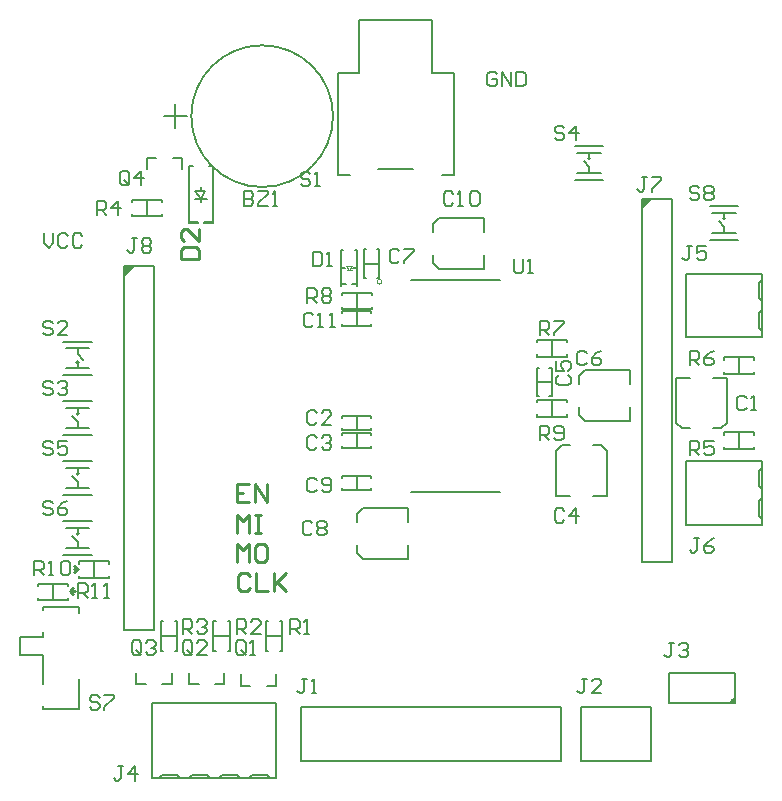
<source format=gto>
G04*
G04 #@! TF.GenerationSoftware,Altium Limited,Altium Designer,22.7.1 (60)*
G04*
G04 Layer_Color=8454143*
%FSLAX44Y44*%
%MOMM*%
G71*
G04*
G04 #@! TF.SameCoordinates,19F2358B-4240-49B2-A54B-8FB7877D19E4*
G04*
G04*
G04 #@! TF.FilePolarity,Positive*
G04*
G01*
G75*
%ADD10C,0.2000*%
%ADD11C,0.0000*%
%ADD12C,0.2540*%
%ADD13C,0.1500*%
%ADD14C,0.1270*%
%ADD15C,0.1000*%
%ADD16C,0.2032*%
G36*
X82950Y447350D02*
Y438350D01*
X91950Y447350D01*
X82950D01*
D02*
G37*
G36*
X599650Y77210D02*
X596250D01*
Y78910D01*
X598250Y80910D01*
X599650D01*
Y77210D01*
D02*
G37*
G36*
X521100Y504500D02*
Y495500D01*
X530100Y504500D01*
X521100D01*
D02*
G37*
D10*
X259391Y574041D02*
G03*
X259391Y574041I-60000J0D01*
G01*
X44183Y220618D02*
G03*
X44183Y220618I-1000J0D01*
G01*
Y271418D02*
G03*
X44183Y271418I-1000J0D01*
G01*
X44177Y365482D02*
G03*
X44177Y365482I-1000J0D01*
G01*
X591553Y487318D02*
G03*
X591553Y487318I-1000J0D01*
G01*
X44183Y322218D02*
G03*
X44183Y322218I-1000J0D01*
G01*
X477253Y538118D02*
G03*
X477253Y538118I-1000J0D01*
G01*
X599650Y80910D02*
G03*
X596250Y77510I0J-3400D01*
G01*
X297420Y529290D02*
X327420D01*
X351420Y524290D02*
X361420D01*
Y610290D01*
X343420D02*
X361420D01*
X343420D02*
Y655290D01*
X281420D02*
X343420D01*
X281420Y610290D02*
Y655290D01*
X263420Y610290D02*
X281420D01*
X263420Y524290D02*
Y610290D01*
Y524290D02*
X273420D01*
X125901Y564041D02*
Y584041D01*
X115901Y574041D02*
X135901D01*
X142320Y503650D02*
X152320D01*
X147320D02*
X151320Y510650D01*
X142320D02*
X147320Y503650D01*
X142320Y510650D02*
X151320D01*
X147320Y501650D02*
Y503650D01*
Y510650D02*
Y513650D01*
X38433Y218618D02*
X43183Y213118D01*
X33182Y208118D02*
X53183D01*
X43183D02*
Y213118D01*
Y220618D02*
Y225618D01*
X33182D02*
X53183D01*
X31182Y202868D02*
X55182D01*
X31182Y230868D02*
X55182D01*
X38433Y269418D02*
X43183Y263918D01*
X33182Y258918D02*
X53183D01*
X43183D02*
Y263918D01*
Y271418D02*
Y276418D01*
X33182D02*
X53183D01*
X31182Y253668D02*
X55182D01*
X31182Y281668D02*
X55182D01*
X123698Y538970D02*
X131840D01*
Y529176D02*
Y538970D01*
X101840D02*
X109840D01*
X101840Y529176D02*
Y538970D01*
X558550Y280950D02*
Y281950D01*
X622550D01*
Y227950D02*
Y281950D01*
X558550Y227950D02*
X622550D01*
X558550D02*
Y280950D01*
X619760Y261300D02*
Y274000D01*
Y261300D02*
X622550Y258760D01*
X619760Y274000D02*
X622550Y276540D01*
X619760Y248600D02*
X622550Y251140D01*
X619760Y235900D02*
X622550Y233360D01*
X619760Y235900D02*
Y248600D01*
X520700Y504200D02*
X546100D01*
Y196200D02*
Y504200D01*
X520700Y196200D02*
X546100D01*
X520700D02*
Y504200D01*
X558550Y439700D02*
Y440700D01*
X622550D01*
Y386700D02*
Y440700D01*
X558550Y386700D02*
X622550D01*
X558550D02*
Y439700D01*
X619760Y420050D02*
Y432750D01*
Y420050D02*
X622550Y417510D01*
X619760Y432750D02*
X622550Y435290D01*
X619760Y407350D02*
X622550Y409890D01*
X619760Y394650D02*
X622550Y392110D01*
X619760Y394650D02*
Y407350D01*
X82550Y447050D02*
X107950D01*
Y139050D02*
Y447050D01*
X82550Y139050D02*
X107950D01*
X82550D02*
Y447050D01*
X43177Y372982D02*
X47927Y367482D01*
X33177Y377982D02*
X53177D01*
X43177Y372982D02*
Y377982D01*
Y360482D02*
Y365482D01*
X33177Y360482D02*
X53177D01*
X31177Y383232D02*
X55177D01*
X31177Y355232D02*
X55177D01*
X585802Y485318D02*
X590552Y479818D01*
X580552Y474818D02*
X600552D01*
X590552D02*
Y479818D01*
Y487318D02*
Y492318D01*
X580552D02*
X600552D01*
X578553Y469568D02*
X602552D01*
X578553Y497568D02*
X602552D01*
X349260Y487590D02*
X387260D01*
X349260Y444590D02*
X387260D01*
X344260Y482590D02*
X349260Y487590D01*
X344260Y449590D02*
X349260Y444590D01*
X387260Y475590D02*
Y487590D01*
Y444590D02*
Y456590D01*
X344260Y475590D02*
Y482590D01*
Y449590D02*
Y456590D01*
X472450Y359000D02*
X510450D01*
X472450Y316000D02*
X510450D01*
X467450Y354000D02*
X472450Y359000D01*
X467450Y321000D02*
X472450Y316000D01*
X510450Y347000D02*
Y359000D01*
Y316000D02*
Y328000D01*
X467450Y347000D02*
Y354000D01*
Y321000D02*
Y328000D01*
X31182Y332468D02*
X55182D01*
X31182Y304468D02*
X55182D01*
X33182Y327218D02*
X53183D01*
X43183Y322218D02*
Y327218D01*
Y309718D02*
Y314718D01*
X33182Y309718D02*
X53183D01*
X38433Y320218D02*
X43183Y314718D01*
X464253Y548368D02*
X488252D01*
X464253Y520368D02*
X488252D01*
X466253Y543118D02*
X486253D01*
X476253Y538118D02*
Y543118D01*
Y525618D02*
Y530618D01*
X466253Y525618D02*
X486253D01*
X471502Y536118D02*
X476253Y530618D01*
X491400Y252500D02*
Y290500D01*
X448400Y252500D02*
Y290500D01*
X486400Y295500D02*
X491400Y290500D01*
X448400D02*
X453400Y295500D01*
X479400Y252500D02*
X491400D01*
X448400D02*
X460400D01*
X479400Y295500D02*
X486400D01*
X453400D02*
X460400D01*
X284490Y242160D02*
X322490D01*
X284490Y199160D02*
X322490D01*
X279490Y237160D02*
X284490Y242160D01*
X279490Y204160D02*
X284490Y199160D01*
X322490Y230160D02*
Y242160D01*
Y199160D02*
Y211160D01*
X279490Y230160D02*
Y237160D01*
Y204160D02*
Y211160D01*
X550000Y314650D02*
Y352650D01*
X593000Y314650D02*
Y352650D01*
X550000Y314650D02*
X555000Y309650D01*
X588000D02*
X593000Y314650D01*
X550000Y352650D02*
X562000D01*
X581000D02*
X593000D01*
X555000Y309650D02*
X562000D01*
X581000D02*
X588000D01*
X211240Y91900D02*
Y101694D01*
X203240Y91900D02*
X211240D01*
X181240D02*
Y101694D01*
Y91900D02*
X189382D01*
X167400Y92850D02*
Y102644D01*
X159400Y92850D02*
X167400D01*
X137400D02*
Y102644D01*
Y92850D02*
X145542D01*
X122950D02*
Y102644D01*
X114950Y92850D02*
X122950D01*
X92950D02*
Y102644D01*
Y92850D02*
X101092D01*
X152400Y16190D02*
X154940Y13400D01*
X137160D02*
X139700Y16190D01*
X152400D01*
X165100D02*
X177800D01*
X162560Y13400D02*
X165100Y16190D01*
X177800D02*
X180340Y13400D01*
X203200Y16190D02*
X205740Y13400D01*
X187960D02*
X190500Y16190D01*
X203200D01*
X106350Y77400D02*
X210150D01*
X106350Y13400D02*
Y77400D01*
Y13400D02*
X211150D01*
Y77400D01*
X210150D02*
X211150D01*
X114300Y16190D02*
X127000D01*
X111760Y13400D02*
X114300Y16190D01*
X127000D02*
X129540Y13400D01*
X232100Y28400D02*
X452100D01*
X232100D02*
Y73400D01*
X452100D01*
Y28400D02*
Y73400D01*
X528450Y28400D02*
Y73400D01*
X469450D02*
X528450D01*
X469450Y28400D02*
Y73400D01*
Y28400D02*
X528450D01*
X14210Y71750D02*
Y74750D01*
Y93250D02*
Y117750D01*
Y132750D02*
Y137250D01*
Y155750D02*
Y158750D01*
X44210Y71750D02*
Y97250D01*
Y153250D02*
Y158750D01*
X-5790Y117750D02*
X14210D01*
X-5790D02*
Y132750D01*
X14210D01*
Y158750D02*
X44210D01*
X14210Y71750D02*
X44210D01*
X543650Y77210D02*
X599650D01*
X543650D02*
Y102610D01*
X599650D01*
Y77210D02*
Y102610D01*
X596250Y77210D02*
Y77510D01*
D11*
X300749Y433835D02*
G03*
X300749Y433835I-2000J0D01*
G01*
D12*
X36718Y171638D02*
X39441Y174361D01*
X36718Y171638D02*
X39441Y169296D01*
X40386Y193444D02*
X43142Y190688D01*
X40386Y187894D02*
X43142Y190650D01*
Y190688D01*
X36718Y171638D02*
X41148D01*
X39878Y190688D02*
X43142D01*
X188699Y184667D02*
X186159Y187206D01*
X181081D01*
X178542Y184667D01*
Y174510D01*
X181081Y171971D01*
X186159D01*
X188699Y174510D01*
X193777Y187206D02*
Y171971D01*
X203934D01*
X209012Y187206D02*
Y171971D01*
Y177050D01*
X219169Y187206D01*
X211551Y179589D01*
X219169Y171971D01*
X178348Y221222D02*
Y236458D01*
X183426Y231379D01*
X188505Y236458D01*
Y221222D01*
X193583Y236458D02*
X198662D01*
X196122D01*
Y221222D01*
X193583D01*
X198662D01*
X177804Y196532D02*
Y211768D01*
X182882Y206689D01*
X187961Y211768D01*
Y196532D01*
X200657Y211768D02*
X195578D01*
X193039Y209228D01*
Y199072D01*
X195578Y196532D01*
X200657D01*
X203196Y199072D01*
Y209228D01*
X200657Y211768D01*
X187961Y262568D02*
X177804D01*
Y247332D01*
X187961D01*
X177804Y254950D02*
X182882D01*
X193039Y247332D02*
Y262568D01*
X203196Y247332D01*
Y262568D01*
X130813Y453394D02*
X146047D01*
Y461012D01*
X143508Y463551D01*
X133352D01*
X130813Y461012D01*
Y453394D01*
X146047Y478786D02*
Y468629D01*
X135891Y478786D01*
X133352D01*
X130813Y476247D01*
Y471168D01*
X133352Y468629D01*
D13*
X149860Y484790D02*
X157480D01*
X149860Y483520D02*
Y484790D01*
Y483520D02*
X157480D01*
Y484790D01*
X137160Y483520D02*
Y484790D01*
Y483520D02*
X144780D01*
Y484790D01*
X137160D02*
X144780D01*
X157480D02*
Y531780D01*
X137160Y484790D02*
Y531780D01*
X154070D02*
X157480D01*
X137160D02*
X140570D01*
X22710Y164130D02*
Y178130D01*
X35410Y164130D02*
Y166050D01*
X10010Y164130D02*
X35410D01*
X10010D02*
Y166050D01*
Y176210D02*
Y178130D01*
X35410D01*
Y176210D02*
Y178130D01*
X279426Y257237D02*
Y269737D01*
X267426Y267987D02*
Y269737D01*
X291426D01*
Y267987D02*
Y269737D01*
Y257237D02*
Y258987D01*
X267426Y257237D02*
X291426D01*
X267426D02*
Y258987D01*
X114300Y501330D02*
Y503250D01*
X88900D02*
X114300D01*
X88900Y501330D02*
Y503250D01*
Y489250D02*
Y491170D01*
Y489250D02*
X114300D01*
Y491170D01*
X101600Y489250D02*
Y503250D01*
X431900Y360930D02*
X433650D01*
X431900Y336930D02*
Y360930D01*
Y336930D02*
X433650D01*
X442650D02*
X444400D01*
Y360930D01*
X442650D02*
X444400D01*
X431900Y348930D02*
X444400D01*
X296600Y437260D02*
X298350D01*
Y461260D01*
X296600D02*
X298350D01*
X285850D02*
X287600D01*
X285850Y437260D02*
Y461260D01*
Y437260D02*
X287600D01*
X285850Y449260D02*
X298350D01*
X267400Y396350D02*
Y398100D01*
Y396350D02*
X291400D01*
Y398100D01*
Y407100D02*
Y408850D01*
X267400D02*
X291400D01*
X267400Y407100D02*
Y408850D01*
X279400Y396350D02*
Y408850D01*
X278208Y460754D02*
X280128D01*
Y430513D02*
Y460754D01*
X275668Y431544D02*
X280128D01*
X266128D02*
X270588D01*
X266128Y430513D02*
Y460754D01*
X268048D01*
X266128Y445513D02*
X269628D01*
X276628D02*
X280128D01*
X457200Y331656D02*
Y333576D01*
X431800D02*
X457200D01*
X431800Y331656D02*
Y333576D01*
Y319576D02*
Y321496D01*
Y319576D02*
X457200D01*
Y321496D01*
X444500Y319576D02*
Y333576D01*
X44450Y183180D02*
Y185100D01*
Y183180D02*
X69850D01*
Y185100D01*
Y195260D02*
Y197180D01*
X44450D02*
X69850D01*
X44450Y195260D02*
Y197180D01*
X57150Y183180D02*
Y197180D01*
X292100Y422590D02*
Y424510D01*
X266700D02*
X292100D01*
X266700Y422590D02*
Y424510D01*
Y410510D02*
Y412430D01*
Y410510D02*
X292100D01*
Y412430D01*
X279400Y410510D02*
Y424510D01*
X457200Y382456D02*
Y384376D01*
X431800D02*
X457200D01*
X431800Y382456D02*
Y384376D01*
Y370376D02*
Y372296D01*
Y370376D02*
X457200D01*
Y372296D01*
X444500Y370376D02*
Y384376D01*
X291426Y318787D02*
Y320537D01*
X267426D02*
X291426D01*
X267426Y318787D02*
Y320537D01*
Y308037D02*
Y309787D01*
Y308037D02*
X291426D01*
Y309787D01*
X279426Y308037D02*
Y320537D01*
X291400Y303900D02*
Y305650D01*
X267400D02*
X291400D01*
X267400Y303900D02*
Y305650D01*
Y293150D02*
Y294900D01*
Y293150D02*
X291400D01*
Y294900D01*
X279400Y293150D02*
Y305650D01*
X590550Y292400D02*
Y294320D01*
Y292400D02*
X615950D01*
Y294320D01*
Y304480D02*
Y306400D01*
X590550D02*
X615950D01*
X590550Y304480D02*
Y306400D01*
X603250Y292400D02*
Y306400D01*
X615950Y367980D02*
Y369900D01*
X590550D02*
X615950D01*
X590550Y367980D02*
Y369900D01*
Y355900D02*
Y357820D01*
Y355900D02*
X615950D01*
Y357820D01*
X603250Y355900D02*
Y369900D01*
X202550Y147000D02*
X204470D01*
X202550Y121600D02*
Y147000D01*
Y121600D02*
X204470D01*
X214630D02*
X216550D01*
Y147000D01*
X214630D02*
X216550D01*
X202550Y134300D02*
X216550D01*
X158100Y147000D02*
X160020D01*
X158100Y121600D02*
Y147000D01*
Y121600D02*
X160020D01*
X170180D02*
X172100D01*
Y147000D01*
X170180D02*
X172100D01*
X158100Y134300D02*
X172100D01*
X113650Y147000D02*
X115570D01*
X113650Y121600D02*
Y147000D01*
Y121600D02*
X115570D01*
X125730D02*
X127650D01*
Y147000D01*
X125730D02*
X127650D01*
X113650Y134300D02*
X127650D01*
D14*
X325624Y435160D02*
X400674D01*
X325624Y255810D02*
X400674D01*
D15*
X273128Y443764D02*
X275628Y447263D01*
X273128D02*
X275628D01*
X273128Y443764D02*
X275378D01*
X270878D02*
X273128D01*
X270628Y447263D02*
X273128D01*
X270628D02*
X273128Y443764D01*
D16*
X412245Y453320D02*
Y443163D01*
X414276Y441132D01*
X418339D01*
X420370Y443163D01*
Y453320D01*
X424433Y441132D02*
X428495D01*
X426464D01*
Y453320D01*
X424433Y451289D01*
X398275Y609533D02*
X396243Y611564D01*
X392181D01*
X390149Y609533D01*
Y601407D01*
X392181Y599376D01*
X396243D01*
X398275Y601407D01*
Y605470D01*
X394212D01*
X402337Y599376D02*
Y611564D01*
X410463Y599376D01*
Y611564D01*
X414525D02*
Y599376D01*
X420619D01*
X422651Y601407D01*
Y609533D01*
X420619Y611564D01*
X414525D01*
X14483Y474912D02*
Y466787D01*
X18546Y462724D01*
X22609Y466787D01*
Y474912D01*
X34797Y472881D02*
X32765Y474912D01*
X28703D01*
X26671Y472881D01*
Y464755D01*
X28703Y462724D01*
X32765D01*
X34797Y464755D01*
X46985Y472881D02*
X44953Y474912D01*
X40891D01*
X38859Y472881D01*
Y464755D01*
X40891Y462724D01*
X44953D01*
X46985Y464755D01*
X569469Y513013D02*
X567437Y515044D01*
X563375D01*
X561343Y513013D01*
Y510981D01*
X563375Y508950D01*
X567437D01*
X569469Y506919D01*
Y504887D01*
X567437Y502856D01*
X563375D01*
X561343Y504887D01*
X573531Y513013D02*
X575563Y515044D01*
X579625D01*
X581657Y513013D01*
Y510981D01*
X579625Y508950D01*
X581657Y506919D01*
Y504887D01*
X579625Y502856D01*
X575563D01*
X573531Y504887D01*
Y506919D01*
X575563Y508950D01*
X573531Y510981D01*
Y513013D01*
X575563Y508950D02*
X579625D01*
X61709Y81713D02*
X59677Y83744D01*
X55615D01*
X53583Y81713D01*
Y79681D01*
X55615Y77650D01*
X59677D01*
X61709Y75619D01*
Y73587D01*
X59677Y71556D01*
X55615D01*
X53583Y73587D01*
X65771Y83744D02*
X73897D01*
Y81713D01*
X65771Y73587D01*
Y71556D01*
X22099Y246313D02*
X20067Y248344D01*
X16005D01*
X13973Y246313D01*
Y244281D01*
X16005Y242250D01*
X20067D01*
X22099Y240219D01*
Y238187D01*
X20067Y236156D01*
X16005D01*
X13973Y238187D01*
X34287Y248344D02*
X30224Y246313D01*
X26161Y242250D01*
Y238187D01*
X28193Y236156D01*
X32255D01*
X34287Y238187D01*
Y240219D01*
X32255Y242250D01*
X26161D01*
X22099Y297113D02*
X20067Y299144D01*
X16005D01*
X13973Y297113D01*
Y295081D01*
X16005Y293050D01*
X20067D01*
X22099Y291019D01*
Y288987D01*
X20067Y286956D01*
X16005D01*
X13973Y288987D01*
X34287Y299144D02*
X26161D01*
Y293050D01*
X30224Y295081D01*
X32255D01*
X34287Y293050D01*
Y288987D01*
X32255Y286956D01*
X28193D01*
X26161Y288987D01*
X455169Y563813D02*
X453137Y565844D01*
X449075D01*
X447043Y563813D01*
Y561781D01*
X449075Y559750D01*
X453137D01*
X455169Y557719D01*
Y555687D01*
X453137Y553656D01*
X449075D01*
X447043Y555687D01*
X465325Y553656D02*
Y565844D01*
X459231Y559750D01*
X467357D01*
X22099Y347913D02*
X20067Y349944D01*
X16005D01*
X13973Y347913D01*
Y345881D01*
X16005Y343850D01*
X20067D01*
X22099Y341819D01*
Y339787D01*
X20067Y337756D01*
X16005D01*
X13973Y339787D01*
X26161Y347913D02*
X28193Y349944D01*
X32255D01*
X34287Y347913D01*
Y345881D01*
X32255Y343850D01*
X30224D01*
X32255D01*
X34287Y341819D01*
Y339787D01*
X32255Y337756D01*
X28193D01*
X26161Y339787D01*
X22099Y398713D02*
X20067Y400744D01*
X16005D01*
X13973Y398713D01*
Y396681D01*
X16005Y394650D01*
X20067D01*
X22099Y392619D01*
Y390587D01*
X20067Y388556D01*
X16005D01*
X13973Y390587D01*
X34287Y388556D02*
X26161D01*
X34287Y396681D01*
Y398713D01*
X32255Y400744D01*
X28193D01*
X26161Y398713D01*
X240030Y524763D02*
X237999Y526794D01*
X233936D01*
X231905Y524763D01*
Y522731D01*
X233936Y520700D01*
X237999D01*
X240030Y518669D01*
Y516637D01*
X237999Y514606D01*
X233936D01*
X231905Y516637D01*
X244093Y514606D02*
X248155D01*
X246124D01*
Y526794D01*
X244093Y524763D01*
X43438Y166306D02*
Y178494D01*
X49532D01*
X51564Y176463D01*
Y172400D01*
X49532Y170369D01*
X43438D01*
X47501D02*
X51564Y166306D01*
X55626D02*
X59689D01*
X57658D01*
Y178494D01*
X55626Y176463D01*
X65783Y166306D02*
X69846D01*
X67814D01*
Y178494D01*
X65783Y176463D01*
X6355Y185356D02*
Y197544D01*
X12449D01*
X14480Y195513D01*
Y191450D01*
X12449Y189419D01*
X6355D01*
X10418D02*
X14480Y185356D01*
X18543D02*
X22606D01*
X20574D01*
Y197544D01*
X18543Y195513D01*
X28700D02*
X30731Y197544D01*
X34794D01*
X36825Y195513D01*
Y187387D01*
X34794Y185356D01*
X30731D01*
X28700Y187387D01*
Y195513D01*
X434343Y299656D02*
Y311844D01*
X440437D01*
X442469Y309813D01*
Y305750D01*
X440437Y303719D01*
X434343D01*
X438406D02*
X442469Y299656D01*
X446531Y301687D02*
X448563Y299656D01*
X452625D01*
X454657Y301687D01*
Y309813D01*
X452625Y311844D01*
X448563D01*
X446531Y309813D01*
Y307781D01*
X448563Y305750D01*
X454657D01*
X237493Y415990D02*
Y428178D01*
X243587D01*
X245619Y426147D01*
Y422084D01*
X243587Y420053D01*
X237493D01*
X241556D02*
X245619Y415990D01*
X249681Y426147D02*
X251713Y428178D01*
X255775D01*
X257807Y426147D01*
Y424115D01*
X255775Y422084D01*
X257807Y420053D01*
Y418021D01*
X255775Y415990D01*
X251713D01*
X249681Y418021D01*
Y420053D01*
X251713Y422084D01*
X249681Y424115D01*
Y426147D01*
X251713Y422084D02*
X255775D01*
X434343Y388556D02*
Y400744D01*
X440437D01*
X442469Y398713D01*
Y394650D01*
X440437Y392619D01*
X434343D01*
X438406D02*
X442469Y388556D01*
X446531Y400744D02*
X454657D01*
Y398713D01*
X446531Y390587D01*
Y388556D01*
X561343Y363156D02*
Y375344D01*
X567437D01*
X569469Y373313D01*
Y369250D01*
X567437Y367219D01*
X561343D01*
X565406D02*
X569469Y363156D01*
X581657Y375344D02*
X577594Y373313D01*
X573531Y369250D01*
Y365187D01*
X575563Y363156D01*
X579625D01*
X581657Y365187D01*
Y367219D01*
X579625Y369250D01*
X573531D01*
X561343Y286956D02*
Y299144D01*
X567437D01*
X569469Y297113D01*
Y293050D01*
X567437Y291019D01*
X561343D01*
X565406D02*
X569469Y286956D01*
X581657Y299144D02*
X573531D01*
Y293050D01*
X577594Y295081D01*
X579625D01*
X581657Y293050D01*
Y288987D01*
X579625Y286956D01*
X575563D01*
X573531Y288987D01*
X59439Y490410D02*
Y502598D01*
X65533D01*
X67565Y500567D01*
Y496504D01*
X65533Y494473D01*
X59439D01*
X63502D02*
X67565Y490410D01*
X77721D02*
Y502598D01*
X71627Y496504D01*
X79753D01*
X132083Y135826D02*
Y148014D01*
X138177D01*
X140209Y145983D01*
Y141920D01*
X138177Y139889D01*
X132083D01*
X136146D02*
X140209Y135826D01*
X144271Y145983D02*
X146303Y148014D01*
X150365D01*
X152397Y145983D01*
Y143951D01*
X150365Y141920D01*
X148334D01*
X150365D01*
X152397Y139889D01*
Y137857D01*
X150365Y135826D01*
X146303D01*
X144271Y137857D01*
X177803Y135826D02*
Y148014D01*
X183897D01*
X185929Y145983D01*
Y141920D01*
X183897Y139889D01*
X177803D01*
X181866D02*
X185929Y135826D01*
X198117D02*
X189991D01*
X198117Y143951D01*
Y145983D01*
X196085Y148014D01*
X192023D01*
X189991Y145983D01*
X223015Y135826D02*
Y148014D01*
X229109D01*
X231140Y145983D01*
Y141920D01*
X229109Y139889D01*
X223015D01*
X227077D02*
X231140Y135826D01*
X235203D02*
X239265D01*
X237234D01*
Y148014D01*
X235203Y145983D01*
X86869Y517587D02*
Y525713D01*
X84837Y527744D01*
X80775D01*
X78743Y525713D01*
Y517587D01*
X80775Y515556D01*
X84837D01*
X82806Y519619D02*
X86869Y515556D01*
X84837D02*
X86869Y517587D01*
X97025Y515556D02*
Y527744D01*
X90931Y521650D01*
X99057D01*
X97029Y120077D02*
Y128203D01*
X94997Y130234D01*
X90935D01*
X88903Y128203D01*
Y120077D01*
X90935Y118046D01*
X94997D01*
X92966Y122109D02*
X97029Y118046D01*
X94997D02*
X97029Y120077D01*
X101091Y128203D02*
X103123Y130234D01*
X107185D01*
X109217Y128203D01*
Y126171D01*
X107185Y124140D01*
X105154D01*
X107185D01*
X109217Y122109D01*
Y120077D01*
X107185Y118046D01*
X103123D01*
X101091Y120077D01*
X140209D02*
Y128203D01*
X138177Y130234D01*
X134115D01*
X132083Y128203D01*
Y120077D01*
X134115Y118046D01*
X138177D01*
X136146Y122109D02*
X140209Y118046D01*
X138177D02*
X140209Y120077D01*
X152397Y118046D02*
X144271D01*
X152397Y126171D01*
Y128203D01*
X150365Y130234D01*
X146303D01*
X144271Y128203D01*
X185420Y120077D02*
Y128203D01*
X183389Y130234D01*
X179326D01*
X177295Y128203D01*
Y120077D01*
X179326Y118046D01*
X183389D01*
X181357Y122109D02*
X185420Y118046D01*
X183389D02*
X185420Y120077D01*
X189483Y118046D02*
X193545D01*
X191514D01*
Y130234D01*
X189483Y128203D01*
X93219Y470594D02*
X89156D01*
X91187D01*
Y460437D01*
X89156Y458406D01*
X87125D01*
X85093Y460437D01*
X97281Y468563D02*
X99313Y470594D01*
X103375D01*
X105407Y468563D01*
Y466531D01*
X103375Y464500D01*
X105407Y462469D01*
Y460437D01*
X103375Y458406D01*
X99313D01*
X97281Y460437D01*
Y462469D01*
X99313Y464500D01*
X97281Y466531D01*
Y468563D01*
X99313Y464500D02*
X103375D01*
X525019Y522144D02*
X520956D01*
X522987D01*
Y511987D01*
X520956Y509956D01*
X518925D01*
X516893Y511987D01*
X529081Y522144D02*
X537207D01*
Y520113D01*
X529081Y511987D01*
Y509956D01*
X569469Y216594D02*
X565406D01*
X567437D01*
Y206437D01*
X565406Y204406D01*
X563375D01*
X561343Y206437D01*
X581657Y216594D02*
X577594Y214563D01*
X573531Y210500D01*
Y206437D01*
X575563Y204406D01*
X579625D01*
X581657Y206437D01*
Y208469D01*
X579625Y210500D01*
X573531D01*
X563119Y464244D02*
X559056D01*
X561087D01*
Y454087D01*
X559056Y452056D01*
X557025D01*
X554993Y454087D01*
X575307Y464244D02*
X567181D01*
Y458150D01*
X571244Y460181D01*
X573275D01*
X575307Y458150D01*
Y454087D01*
X573275Y452056D01*
X569213D01*
X567181Y454087D01*
X81789Y23554D02*
X77726D01*
X79757D01*
Y13397D01*
X77726Y11366D01*
X75695D01*
X73663Y13397D01*
X91945Y11366D02*
Y23554D01*
X85851Y17460D01*
X93977D01*
X547875Y128200D02*
X543813D01*
X545844D01*
Y118043D01*
X543813Y116012D01*
X541781D01*
X539750Y118043D01*
X551938Y126169D02*
X553969Y128200D01*
X558032D01*
X560063Y126169D01*
Y124137D01*
X558032Y122106D01*
X556001D01*
X558032D01*
X560063Y120075D01*
Y118043D01*
X558032Y116012D01*
X553969D01*
X551938Y118043D01*
X474215Y97720D02*
X470153D01*
X472184D01*
Y87563D01*
X470153Y85532D01*
X468121D01*
X466090Y87563D01*
X486403Y85532D02*
X478278D01*
X486403Y93657D01*
Y95689D01*
X484372Y97720D01*
X480309D01*
X478278Y95689D01*
X237233Y97720D02*
X233171D01*
X235202D01*
Y87563D01*
X233171Y85532D01*
X231139D01*
X229108Y87563D01*
X241296Y85532D02*
X245359D01*
X243327D01*
Y97720D01*
X241296Y95689D01*
X242065Y459164D02*
Y446976D01*
X248159D01*
X250190Y449007D01*
Y457133D01*
X248159Y459164D01*
X242065D01*
X254253Y446976D02*
X258315D01*
X256284D01*
Y459164D01*
X254253Y457133D01*
X242598Y405474D02*
X240566Y407505D01*
X236504D01*
X234472Y405474D01*
Y397348D01*
X236504Y395317D01*
X240566D01*
X242598Y397348D01*
X246660Y395317D02*
X250723D01*
X248692D01*
Y407505D01*
X246660Y405474D01*
X256817Y395317D02*
X260880D01*
X258848D01*
Y407505D01*
X256817Y405474D01*
X361190Y508253D02*
X359159Y510284D01*
X355096D01*
X353065Y508253D01*
Y500127D01*
X355096Y498096D01*
X359159D01*
X361190Y500127D01*
X365253Y498096D02*
X369316D01*
X367284D01*
Y510284D01*
X365253Y508253D01*
X375410D02*
X377441Y510284D01*
X381504D01*
X383535Y508253D01*
Y500127D01*
X381504Y498096D01*
X377441D01*
X375410Y500127D01*
Y508253D01*
X245645Y265774D02*
X243613Y267805D01*
X239551D01*
X237519Y265774D01*
Y257648D01*
X239551Y255617D01*
X243613D01*
X245645Y257648D01*
X249708D02*
X251739Y255617D01*
X255802D01*
X257833Y257648D01*
Y265774D01*
X255802Y267805D01*
X251739D01*
X249708Y265774D01*
Y263742D01*
X251739Y261711D01*
X257833D01*
X241809Y229297D02*
X239777Y231328D01*
X235715D01*
X233683Y229297D01*
Y221171D01*
X235715Y219140D01*
X239777D01*
X241809Y221171D01*
X245871Y229297D02*
X247903Y231328D01*
X251965D01*
X253997Y229297D01*
Y227265D01*
X251965Y225234D01*
X253997Y223203D01*
Y221171D01*
X251965Y219140D01*
X247903D01*
X245871Y221171D01*
Y223203D01*
X247903Y225234D01*
X245871Y227265D01*
Y229297D01*
X247903Y225234D02*
X251965D01*
X315469Y459673D02*
X313437Y461704D01*
X309375D01*
X307343Y459673D01*
Y451547D01*
X309375Y449516D01*
X313437D01*
X315469Y451547D01*
X319531Y461704D02*
X327657D01*
Y459673D01*
X319531Y451547D01*
Y449516D01*
X474219Y373313D02*
X472187Y375344D01*
X468125D01*
X466093Y373313D01*
Y365187D01*
X468125Y363156D01*
X472187D01*
X474219Y365187D01*
X486407Y375344D02*
X482344Y373313D01*
X478281Y369250D01*
Y365187D01*
X480313Y363156D01*
X484375D01*
X486407Y365187D01*
Y367219D01*
X484375Y369250D01*
X478281D01*
X450597Y354519D02*
X448566Y352487D01*
Y348425D01*
X450597Y346393D01*
X458723D01*
X460754Y348425D01*
Y352487D01*
X458723Y354519D01*
X448566Y366707D02*
Y358581D01*
X454660D01*
X452629Y362644D01*
Y364675D01*
X454660Y366707D01*
X458723D01*
X460754Y364675D01*
Y360613D01*
X458723Y358581D01*
X455169Y239963D02*
X453137Y241994D01*
X449075D01*
X447043Y239963D01*
Y231837D01*
X449075Y229806D01*
X453137D01*
X455169Y231837D01*
X465325Y229806D02*
Y241994D01*
X459231Y235900D01*
X467357D01*
X245619Y301687D02*
X243587Y303718D01*
X239525D01*
X237493Y301687D01*
Y293561D01*
X239525Y291530D01*
X243587D01*
X245619Y293561D01*
X249681Y301687D02*
X251713Y303718D01*
X255775D01*
X257807Y301687D01*
Y299655D01*
X255775Y297624D01*
X253744D01*
X255775D01*
X257807Y295593D01*
Y293561D01*
X255775Y291530D01*
X251713D01*
X249681Y293561D01*
X245645Y322924D02*
X243613Y324955D01*
X239551D01*
X237519Y322924D01*
Y314798D01*
X239551Y312767D01*
X243613D01*
X245645Y314798D01*
X257833Y312767D02*
X249708D01*
X257833Y320892D01*
Y322924D01*
X255802Y324955D01*
X251739D01*
X249708Y322924D01*
X609600Y335213D02*
X607569Y337244D01*
X603506D01*
X601475Y335213D01*
Y327087D01*
X603506Y325056D01*
X607569D01*
X609600Y327087D01*
X613663Y325056D02*
X617725D01*
X615694D01*
Y337244D01*
X613663Y335213D01*
X183901Y510284D02*
Y498096D01*
X189995D01*
X192026Y500127D01*
Y502159D01*
X189995Y504190D01*
X183901D01*
X189995D01*
X192026Y506221D01*
Y508253D01*
X189995Y510284D01*
X183901D01*
X196089D02*
X204214D01*
Y508253D01*
X196089Y500127D01*
Y498096D01*
X204214D01*
X208277D02*
X212339D01*
X210308D01*
Y510284D01*
X208277Y508253D01*
M02*

</source>
